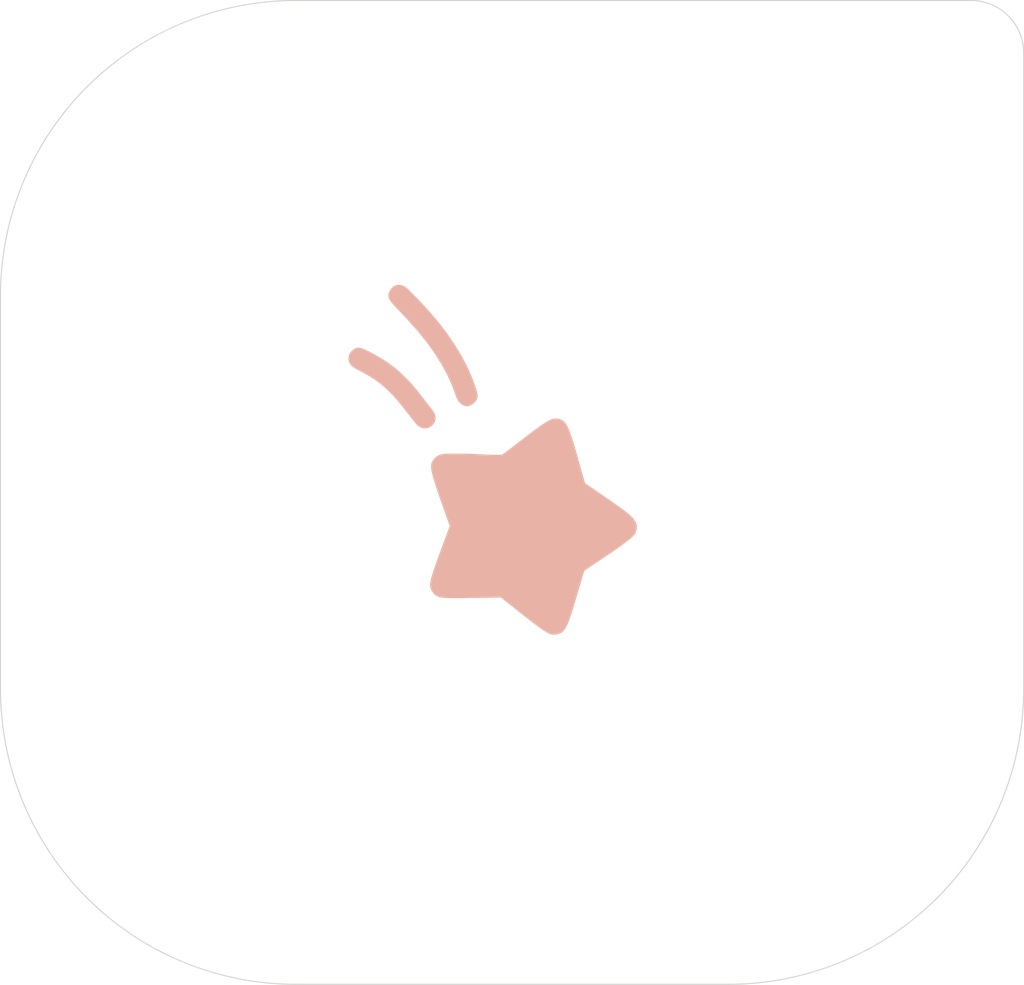
<source format=kicad_pcb>
(kicad_pcb (version 20171130) (host pcbnew 5.1.10-88a1d61d58~88~ubuntu18.04.1)

  (general
    (thickness 1.6)
    (drawings 8)
    (tracks 0)
    (zones 0)
    (modules 5)
    (nets 1)
  )

  (page A2)
  (layers
    (0 F.Cu signal)
    (31 B.Cu signal)
    (32 B.Adhes user)
    (33 F.Adhes user)
    (34 B.Paste user)
    (35 F.Paste user)
    (36 B.SilkS user)
    (37 F.SilkS user)
    (38 B.Mask user)
    (39 F.Mask user)
    (40 Dwgs.User user)
    (41 Cmts.User user)
    (42 Eco1.User user)
    (43 Eco2.User user)
    (44 Edge.Cuts user)
    (45 Margin user)
    (46 B.CrtYd user)
    (47 F.CrtYd user)
    (48 B.Fab user)
    (49 F.Fab user)
  )

  (setup
    (last_trace_width 0.25)
    (trace_clearance 0.2)
    (zone_clearance 0.508)
    (zone_45_only yes)
    (trace_min 0.2)
    (via_size 0.8)
    (via_drill 0.4)
    (via_min_size 0.4)
    (via_min_drill 0.3)
    (uvia_size 0.3)
    (uvia_drill 0.1)
    (uvias_allowed no)
    (uvia_min_size 0.2)
    (uvia_min_drill 0.1)
    (edge_width 0.1)
    (segment_width 0.2)
    (pcb_text_width 0.3)
    (pcb_text_size 1.5 1.5)
    (mod_edge_width 0.15)
    (mod_text_size 1 1)
    (mod_text_width 0.15)
    (pad_size 1.6 2.2)
    (pad_drill 0)
    (pad_to_mask_clearance 0)
    (aux_axis_origin 0 0)
    (visible_elements FFFFF77F)
    (pcbplotparams
      (layerselection 0x010fc_ffffffff)
      (usegerberextensions false)
      (usegerberattributes false)
      (usegerberadvancedattributes false)
      (creategerberjobfile false)
      (excludeedgelayer true)
      (linewidth 0.100000)
      (plotframeref false)
      (viasonmask false)
      (mode 1)
      (useauxorigin false)
      (hpglpennumber 1)
      (hpglpenspeed 20)
      (hpglpendiameter 15.000000)
      (psnegative false)
      (psa4output false)
      (plotreference true)
      (plotvalue true)
      (plotinvisibletext false)
      (padsonsilk false)
      (subtractmaskfromsilk false)
      (outputformat 1)
      (mirror false)
      (drillshape 0)
      (scaleselection 1)
      (outputdirectory "gbr/"))
  )

  (net 0 "")

  (net_class Default "This is the default net class."
    (clearance 0.2)
    (trace_width 0.25)
    (via_dia 0.8)
    (via_drill 0.4)
    (uvia_dia 0.3)
    (uvia_drill 0.1)
  )

  (module silkscreens:eveningstarstar (layer F.Cu) (tedit 6240CAAB) (tstamp 6241000F)
    (at 94.45625 -190.5)
    (fp_text reference G*** (at 0 0) (layer F.SilkS) hide
      (effects (font (size 1.524 1.524) (thickness 0.3)))
    )
    (fp_text value LOGO (at 0.75 0) (layer F.SilkS) hide
      (effects (font (size 1.524 1.524) (thickness 0.3)))
    )
    (fp_poly (pts (xy -10.685818 -20.989056) (xy -10.578743 -20.925863) (xy -10.394532 -20.781382) (xy -10.115367 -20.527201)
      (xy -9.758246 -20.180667) (xy -9.340166 -19.759126) (xy -8.878126 -19.279924) (xy -8.389122 -18.760407)
      (xy -7.890152 -18.217921) (xy -7.496069 -17.78) (xy -6.424228 -16.508284) (xy -5.42008 -15.181311)
      (xy -4.502837 -13.828123) (xy -3.691713 -12.477765) (xy -3.005921 -11.15928) (xy -2.75786 -10.617389)
      (xy -2.498344 -10.001124) (xy -2.265144 -9.401736) (xy -2.067386 -8.846316) (xy -1.914198 -8.361952)
      (xy -1.814705 -7.975732) (xy -1.778034 -7.714746) (xy -1.778 -7.708993) (xy -1.858934 -7.31899)
      (xy -2.086916 -6.964996) (xy -2.439713 -6.678738) (xy -2.537457 -6.625166) (xy -2.81482 -6.498391)
      (xy -3.027447 -6.452062) (xy -3.254691 -6.477678) (xy -3.444644 -6.527959) (xy -3.795396 -6.71197)
      (xy -4.099291 -7.030842) (xy -4.326261 -7.45094) (xy -4.363683 -7.556063) (xy -4.853462 -8.897534)
      (xy -5.449598 -10.220399) (xy -6.159882 -11.536461) (xy -6.992103 -12.857523) (xy -7.954052 -14.195388)
      (xy -9.053517 -15.561859) (xy -10.29829 -16.968739) (xy -11.215802 -17.938124) (xy -11.689301 -18.432823)
      (xy -12.050957 -18.830752) (xy -12.311721 -19.151744) (xy -12.482539 -19.41563) (xy -12.57436 -19.642244)
      (xy -12.598134 -19.851418) (xy -12.564809 -20.062984) (xy -12.49877 -20.262123) (xy -12.259599 -20.691701)
      (xy -11.935043 -20.987368) (xy -11.548777 -21.140939) (xy -11.124477 -21.14423) (xy -10.685818 -20.989056)) (layer B.SilkS) (width 0.01))
    (fp_poly (pts (xy -15.921016 -13.507551) (xy -15.578549 -13.392335) (xy -15.143131 -13.194946) (xy -14.756717 -12.998702)
      (xy -13.650193 -12.385016) (xy -12.655837 -11.751254) (xy -11.745124 -11.072957) (xy -10.889527 -10.325666)
      (xy -10.060521 -9.484923) (xy -9.229579 -8.52627) (xy -8.575358 -7.69874) (xy -8.250583 -7.275819)
      (xy -7.939133 -6.873535) (xy -7.664405 -6.521865) (xy -7.449796 -6.250788) (xy -7.336191 -6.11099)
      (xy -7.143158 -5.844533) (xy -6.987668 -5.568482) (xy -6.93956 -5.451585) (xy -6.874713 -5.018269)
      (xy -6.954612 -4.615083) (xy -7.15479 -4.265704) (xy -7.450781 -3.993811) (xy -7.818119 -3.823083)
      (xy -8.23234 -3.777198) (xy -8.593667 -3.850693) (xy -8.726462 -3.90444) (xy -8.854255 -3.976834)
      (xy -8.991173 -4.083295) (xy -9.151346 -4.239241) (xy -9.3489 -4.460089) (xy -9.597965 -4.761258)
      (xy -9.912669 -5.158166) (xy -10.30714 -5.666231) (xy -10.570082 -6.007557) (xy -11.335386 -6.965834)
      (xy -12.061029 -7.791162) (xy -12.773713 -8.506381) (xy -13.500137 -9.13433) (xy -14.267001 -9.697848)
      (xy -15.101006 -10.219776) (xy -16.028851 -10.722954) (xy -16.160111 -10.789364) (xy -16.511183 -10.981067)
      (xy -16.826658 -11.180744) (xy -17.059168 -11.357227) (xy -17.129835 -11.427417) (xy -17.349868 -11.807804)
      (xy -17.422597 -12.221958) (xy -17.355834 -12.635725) (xy -17.15739 -13.014956) (xy -16.835077 -13.325496)
      (xy -16.673453 -13.422707) (xy -16.440194 -13.516483) (xy -16.198806 -13.546849) (xy -15.921016 -13.507551)) (layer B.SilkS) (width 0.01))
    (fp_poly (pts (xy 7.834498 -4.96574) (xy 8.086886 -4.919689) (xy 8.312411 -4.84695) (xy 8.517006 -4.735522)
      (xy 8.706604 -4.573406) (xy 8.887137 -4.348602) (xy 9.064538 -4.049111) (xy 9.24474 -3.662933)
      (xy 9.433675 -3.178069) (xy 9.637276 -2.582519) (xy 9.861476 -1.864284) (xy 10.112207 -1.011364)
      (xy 10.395402 -0.011759) (xy 10.53962 0.505709) (xy 10.70609 1.103634) (xy 10.857793 1.645511)
      (xy 10.988889 2.110731) (xy 11.093542 2.478684) (xy 11.165915 2.728757) (xy 11.20017 2.840341)
      (xy 11.201931 2.844224) (xy 11.273157 2.893361) (xy 11.46672 3.026334) (xy 11.765284 3.231249)
      (xy 12.151512 3.496211) (xy 12.608065 3.809324) (xy 13.117608 4.158693) (xy 13.292667 4.278704)
      (xy 14.091523 4.828408) (xy 14.762818 5.295389) (xy 15.320423 5.690042) (xy 15.778209 6.022758)
      (xy 16.150048 6.303933) (xy 16.449811 6.543959) (xy 16.691369 6.753229) (xy 16.888594 6.942137)
      (xy 16.991503 7.050124) (xy 17.31851 7.5039) (xy 17.477403 7.970754) (xy 17.467812 8.448526)
      (xy 17.309012 8.897532) (xy 17.183075 9.086522) (xy 16.975563 9.312649) (xy 16.677147 9.583196)
      (xy 16.278501 9.905442) (xy 15.770297 10.286668) (xy 15.143207 10.734155) (xy 14.387905 11.255183)
      (xy 13.651862 11.752112) (xy 11.122938 13.446578) (xy 10.859049 14.322122) (xy 10.751983 14.679492)
      (xy 10.60965 15.157691) (xy 10.444402 15.715052) (xy 10.268592 16.309902) (xy 10.094572 16.900574)
      (xy 10.077141 16.95986) (xy 9.805448 17.868774) (xy 9.567325 18.627895) (xy 9.356263 19.251951)
      (xy 9.165756 19.75567) (xy 8.989295 20.153781) (xy 8.820372 20.461012) (xy 8.652479 20.692092)
      (xy 8.479109 20.861748) (xy 8.300291 20.981155) (xy 7.84603 21.154372) (xy 7.379573 21.199784)
      (xy 7.012914 21.131621) (xy 6.772844 21.024779) (xy 6.460566 20.846164) (xy 6.067416 20.589589)
      (xy 5.584732 20.24887) (xy 5.003851 19.817819) (xy 4.31611 19.29025) (xy 3.512847 18.659977)
      (xy 3.163111 18.382385) (xy 1.034555 16.688266) (xy -2.383833 16.739349) (xy -3.326418 16.752238)
      (xy -4.115756 16.759403) (xy -4.767875 16.759521) (xy -5.298805 16.751272) (xy -5.724574 16.733333)
      (xy -6.061212 16.704384) (xy -6.324747 16.663101) (xy -6.531208 16.608163) (xy -6.696624 16.538249)
      (xy -6.837024 16.452037) (xy -6.951331 16.362717) (xy -7.154408 16.145845) (xy -7.342834 15.873139)
      (xy -7.379957 15.805309) (xy -7.458555 15.62695) (xy -7.510695 15.437756) (xy -7.532897 15.223387)
      (xy -7.521678 14.969503) (xy -7.47356 14.661764) (xy -7.38506 14.285828) (xy -7.252698 13.827356)
      (xy -7.072993 13.272008) (xy -6.842465 12.605442) (xy -6.557633 11.813319) (xy -6.215015 10.881299)
      (xy -6.127372 10.644825) (xy -5.160602 8.039316) (xy -5.679702 6.580825) (xy -6.067508 5.486094)
      (xy -6.398935 4.53738) (xy -6.677271 3.722229) (xy -6.905809 3.028185) (xy -7.087839 2.442794)
      (xy -7.226651 1.953603) (xy -7.325536 1.548155) (xy -7.387784 1.213998) (xy -7.416687 0.938675)
      (xy -7.415535 0.709734) (xy -7.387618 0.514718) (xy -7.336228 0.341175) (xy -7.331567 0.328804)
      (xy -7.100345 -0.062611) (xy -6.753981 -0.387642) (xy -6.345812 -0.596918) (xy -6.324332 -0.603579)
      (xy -6.001075 -0.666563) (xy -5.520191 -0.708508) (xy -4.879717 -0.729433) (xy -4.07769 -0.729358)
      (xy -3.112146 -0.708302) (xy -1.981122 -0.666284) (xy -1.608667 -0.649567) (xy -0.859163 -0.615423)
      (xy -0.260096 -0.590267) (xy 0.207197 -0.574158) (xy 0.561376 -0.567151) (xy 0.821103 -0.569305)
      (xy 1.00504 -0.580677) (xy 1.131848 -0.601324) (xy 1.220189 -0.631304) (xy 1.27 -0.658417)
      (xy 1.3918 -0.744542) (xy 1.627281 -0.919647) (xy 1.956561 -1.168623) (xy 2.359759 -1.476358)
      (xy 2.816993 -1.827743) (xy 3.302 -2.20272) (xy 4.131834 -2.842455) (xy 4.843443 -3.381715)
      (xy 5.449073 -3.827964) (xy 5.960969 -4.188668) (xy 6.391377 -4.471292) (xy 6.752543 -4.683301)
      (xy 7.056713 -4.832159) (xy 7.316133 -4.925332) (xy 7.543047 -4.970286) (xy 7.749703 -4.974484)
      (xy 7.834498 -4.96574)) (layer B.SilkS) (width 0.01))
  )

  (module MountingHole:MountingHole_2.2mm_M2 (layer F.Cu) (tedit 56D1B4CB) (tstamp 6240C579)
    (at 147.8 -149)
    (descr "Mounting Hole 2.2mm, no annular, M2")
    (tags "mounting hole 2.2mm no annular m2")
    (attr virtual)
    (fp_text reference REF** (at 0 -3.2) (layer F.SilkS) hide
      (effects (font (size 1 1) (thickness 0.15)))
    )
    (fp_text value MountingHole_2.2mm_M2 (at 0 3.2) (layer F.Fab)
      (effects (font (size 1 1) (thickness 0.15)))
    )
    (fp_circle (center 0 0) (end 2.45 0) (layer F.CrtYd) (width 0.05))
    (fp_circle (center 0 0) (end 2.2 0) (layer Cmts.User) (width 0.15))
    (fp_text user %R (at 0.3 0) (layer F.Fab)
      (effects (font (size 1 1) (thickness 0.15)))
    )
    (pad 1 np_thru_hole circle (at 0 0) (size 2.2 2.2) (drill 2.2) (layers *.Cu *.Mask))
  )

  (module MountingHole:MountingHole_2.2mm_M2 (layer F.Cu) (tedit 56D1B4CB) (tstamp 6240C553)
    (at 46.4 -149.1)
    (descr "Mounting Hole 2.2mm, no annular, M2")
    (tags "mounting hole 2.2mm no annular m2")
    (attr virtual)
    (fp_text reference REF** (at 0 -3.2) (layer F.SilkS) hide
      (effects (font (size 1 1) (thickness 0.15)))
    )
    (fp_text value MountingHole_2.2mm_M2 (at 0 3.2) (layer F.Fab)
      (effects (font (size 1 1) (thickness 0.15)))
    )
    (fp_circle (center 0 0) (end 2.2 0) (layer Cmts.User) (width 0.15))
    (fp_circle (center 0 0) (end 2.45 0) (layer F.CrtYd) (width 0.05))
    (fp_text user %R (at 0.3 0) (layer F.Fab)
      (effects (font (size 1 1) (thickness 0.15)))
    )
    (pad 1 np_thru_hole circle (at 0 0) (size 2.2 2.2) (drill 2.2) (layers *.Cu *.Mask))
  )

  (module MountingHole:MountingHole_2.2mm_M2 (layer F.Cu) (tedit 56D1B4CB) (tstamp 6240C4ED)
    (at 150.8 -225.2)
    (descr "Mounting Hole 2.2mm, no annular, M2")
    (tags "mounting hole 2.2mm no annular m2")
    (attr virtual)
    (fp_text reference REF** (at 0 -3.2) (layer F.SilkS) hide
      (effects (font (size 1 1) (thickness 0.15)))
    )
    (fp_text value MountingHole_2.2mm_M2 (at 0 3.2) (layer F.Fab) hide
      (effects (font (size 1 1) (thickness 0.15)))
    )
    (fp_circle (center 0 0) (end 2.2 0) (layer Cmts.User) (width 0.15))
    (fp_circle (center 0 0) (end 2.45 0) (layer F.CrtYd) (width 0.05))
    (fp_text user %R (at 0.3 0) (layer F.Fab) hide
      (effects (font (size 1 1) (thickness 0.15)))
    )
    (pad 1 np_thru_hole circle (at 0 0) (size 2.2 2.2) (drill 2.2) (layers *.Cu *.Mask))
  )

  (module MountingHole:MountingHole_2.2mm_M2 (layer F.Cu) (tedit 56D1B4CB) (tstamp 6240C4D7)
    (at 44.7 -225.2)
    (descr "Mounting Hole 2.2mm, no annular, M2")
    (tags "mounting hole 2.2mm no annular m2")
    (attr virtual)
    (fp_text reference REF** (at 0 -3.2) (layer F.SilkS) hide
      (effects (font (size 1 1) (thickness 0.15)))
    )
    (fp_text value MountingHole_2.2mm_M2 (at 0 3.2) (layer F.Fab)
      (effects (font (size 1 1) (thickness 0.15)))
    )
    (fp_circle (center 0 0) (end 2.45 0) (layer F.CrtYd) (width 0.05))
    (fp_circle (center 0 0) (end 2.2 0) (layer Cmts.User) (width 0.15))
    (fp_text user %R (at 0.3 0) (layer F.Fab)
      (effects (font (size 1 1) (thickness 0.15)))
    )
    (pad 1 np_thru_hole circle (at 0 0) (size 2.2 2.2) (drill 2.2) (layers *.Cu *.Mask))
  )

  (gr_arc (start 123.03125 -162.71875) (end 123.03125 -127) (angle -90) (layer Edge.Cuts) (width 0.12) (tstamp 62407CE2))
  (gr_arc (start 70.64375 -162.71875) (end 34.925 -162.71875) (angle -90) (layer Edge.Cuts) (width 0.12) (tstamp 62407CD8))
  (gr_arc (start 70.64375 -210.34375) (end 70.64375 -246.0625) (angle -90) (layer Edge.Cuts) (width 0.12))
  (gr_arc (start 152.4 -239.7125) (end 158.75 -239.7125) (angle -90) (layer Edge.Cuts) (width 0.12))
  (gr_line (start 34.925 -210.34375) (end 34.925 -162.71875) (layer Edge.Cuts) (width 0.12) (tstamp 624069BB))
  (gr_line (start 123.03125 -127) (end 70.64375 -127) (layer Edge.Cuts) (width 0.12) (tstamp 624069B8))
  (gr_line (start 158.75 -162.71875) (end 158.75 -239.7125) (layer Edge.Cuts) (width 0.12) (tstamp 624069B5))
  (gr_line (start 70.64375 -246.0625) (end 152.4 -246.0625) (layer Edge.Cuts) (width 0.12))

)

</source>
